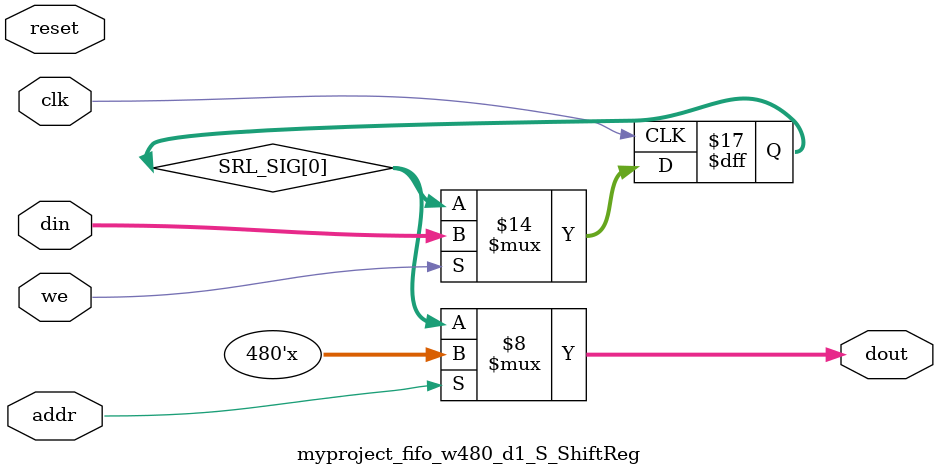
<source format=v>

`timescale 1 ns / 1 ps


module myproject_fifo_w480_d1_S
#(parameter
    MEM_STYLE   = "shiftReg",
    DATA_WIDTH  = 480,
    ADDR_WIDTH  = 1,
    DEPTH       = 1)
(
    // system signal
    input  wire                  clk,
    input  wire                  reset,

    // write
    output wire                  if_full_n,
    input  wire                  if_write_ce,
    input  wire                  if_write,
    input  wire [DATA_WIDTH-1:0] if_din,
    
    // read 
    output wire [ADDR_WIDTH:0]   if_num_data_valid, // for FRP
    output wire [ADDR_WIDTH:0]   if_fifo_cap,       // for FRP
    output wire                  if_empty_n,
    input  wire                  if_read_ce,
    input  wire                  if_read,
    output wire [DATA_WIDTH-1:0] if_dout
);
//------------------------Parameter----------------------

//------------------------Local signal-------------------
    wire [ADDR_WIDTH-1:0]     addr;
    wire                      push;
    wire                      pop;
    reg signed [ADDR_WIDTH:0] mOutPtr;
    reg                       empty_n = 1'b0;
    reg                       full_n  = 1'b1;
    // with almost full?  no 
    // has output register?  no 
//------------------------Instantiation------------------
    myproject_fifo_w480_d1_S_ShiftReg 
    #(  .DATA_WIDTH (DATA_WIDTH),
        .ADDR_WIDTH (ADDR_WIDTH),
        .DEPTH      (DEPTH))
    U_myproject_fifo_w480_d1_S_ShiftReg (
        .clk        (clk),
        .reset      (reset),
        .we         (push),
        .addr       (addr),
        .din        (if_din),
        .dout       (if_dout)
    );
//------------------------Task and function--------------

//------------------------Body---------------------------
    // has num_data_valid ? 
    assign if_num_data_valid = mOutPtr + 1'b1; // yes
    assign if_fifo_cap = DEPTH; // yes  

    // has almost full ? 
    assign if_full_n  = full_n; //no 
    assign push       = full_n & if_write_ce & if_write;

    // has output register? 
    assign if_empty_n = empty_n;  // no
    assign pop        = empty_n & if_read_ce & if_read; // no 

    assign addr       = mOutPtr[ADDR_WIDTH] == 1'b0 ? mOutPtr[ADDR_WIDTH-1:0] : {ADDR_WIDTH{1'b0}};

    // mOutPtr
    always @(posedge clk) begin
        if (reset == 1'b1)
            mOutPtr <= {ADDR_WIDTH+1{1'b1}};
        else if (push & ~pop)
            mOutPtr <= mOutPtr + 1'b1;
        else if (~push & pop)
            mOutPtr <= mOutPtr - 1'b1;
    end

    // full_n
    always @(posedge clk) begin
        if (reset == 1'b1)
            full_n <= 1'b1;
        else if (push & ~pop) begin
            if (mOutPtr == DEPTH - 2)
                full_n <= 1'b0;
        end
        else if (~push & pop)
            full_n <= 1'b1;
    end

    // almost_full_n 

    // empty_n
    always @(posedge clk) begin
        if (reset == 1'b1)
            empty_n <= 1'b0;
        else if (push & ~pop)
            empty_n <= 1'b1;
        else if (~push & pop) begin
            if (mOutPtr == 0)
                empty_n <= 1'b0;
        end
    end
 
    // num_data_valid 

    // dout_vld 

endmodule  


module myproject_fifo_w480_d1_S_ShiftReg
#(parameter
    DATA_WIDTH  = 480,
    ADDR_WIDTH  = 1,
    DEPTH       = 1)
(
    input  wire                  clk,
    input  wire                  reset,
    input  wire                  we,
    input  wire [ADDR_WIDTH-1:0] addr,
    input  wire [DATA_WIDTH-1:0] din,
    //output register? 
    output wire [DATA_WIDTH-1:0] dout // no 
);

    reg [DATA_WIDTH-1:0] SRL_SIG [0:DEPTH-1];
    integer i;

    always @ (posedge clk) begin
        if (we) begin
            for (i=0; i<DEPTH-1; i=i+1)
                SRL_SIG[i+1] <= SRL_SIG[i];
            SRL_SIG[0] <= din;
        end
    end

    //read from SRL, output register? 
    assign dout = SRL_SIG[addr];// no 

endmodule

</source>
